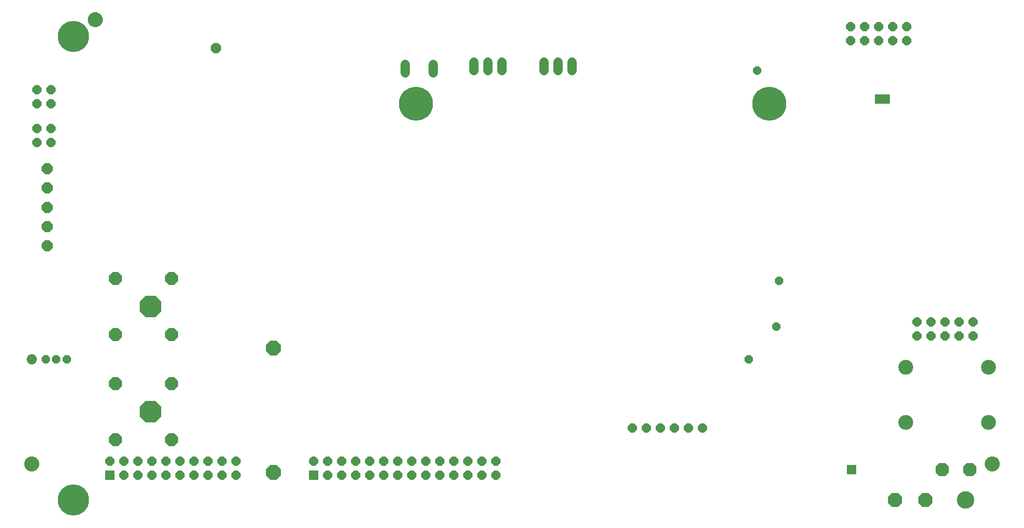
<source format=gbs>
G75*
%MOIN*%
%OFA0B0*%
%FSLAX25Y25*%
%IPPOS*%
%LPD*%
%AMOC8*
5,1,8,0,0,1.08239X$1,22.5*
%
%ADD10R,0.06500X0.06500*%
%ADD11R,0.10500X0.07000*%
%ADD12OC8,0.07687*%
%ADD13OC8,0.09200*%
%ADD14OC8,0.15600*%
%ADD15C,0.13198*%
%ADD16OC8,0.06506*%
%ADD17OC8,0.05915*%
%ADD18C,0.07293*%
%ADD19OC8,0.10600*%
%ADD20R,0.06506X0.06506*%
%ADD21OC8,0.10293*%
%ADD22C,0.12411*%
%ADD23C,0.00500*%
%ADD24OC8,0.09655*%
%ADD25C,0.10600*%
%ADD26OC8,0.07096*%
%ADD27C,0.06600*%
%ADD28C,0.24222*%
%ADD29C,0.22254*%
D10*
X0699093Y0677800D03*
D11*
X0721093Y0942050D03*
D12*
X0125396Y0892424D03*
X0125396Y0878644D03*
X0125396Y0864865D03*
X0125396Y0851085D03*
X0125396Y0837306D03*
D13*
X0173979Y0814196D03*
X0173979Y0774196D03*
X0173979Y0739196D03*
X0213979Y0739196D03*
X0213979Y0774196D03*
X0213979Y0814196D03*
X0213979Y0699196D03*
X0173979Y0699196D03*
D14*
X0199018Y0719196D03*
X0199018Y0794196D03*
D15*
X0143900Y0656204D03*
X0143900Y0986912D03*
D16*
X0128034Y0948605D03*
X0128034Y0938605D03*
X0118034Y0938605D03*
X0118034Y0948605D03*
X0118034Y0921046D03*
X0118034Y0911046D03*
X0128034Y0911046D03*
X0128034Y0921046D03*
X0170042Y0683763D03*
X0180042Y0683763D03*
X0190042Y0683763D03*
X0200042Y0683763D03*
X0210042Y0683763D03*
X0220042Y0683763D03*
X0230042Y0683763D03*
X0240042Y0683763D03*
X0250042Y0683763D03*
X0260042Y0683763D03*
X0260042Y0673763D03*
X0250042Y0673763D03*
X0240042Y0673763D03*
X0230042Y0673763D03*
X0220042Y0673763D03*
X0210042Y0673763D03*
X0200042Y0673763D03*
X0190042Y0673763D03*
X0180042Y0673763D03*
X0315239Y0683763D03*
X0325239Y0683763D03*
X0335239Y0683763D03*
X0345239Y0683763D03*
X0355239Y0683763D03*
X0365239Y0683763D03*
X0375239Y0683763D03*
X0385239Y0683763D03*
X0395239Y0683763D03*
X0395239Y0673763D03*
X0385239Y0673763D03*
X0375239Y0673763D03*
X0365239Y0673763D03*
X0355239Y0673763D03*
X0345239Y0673763D03*
X0335239Y0673763D03*
X0325239Y0673763D03*
X0405239Y0673763D03*
X0405239Y0683763D03*
X0415239Y0683763D03*
X0425239Y0683763D03*
X0435239Y0683763D03*
X0445239Y0683763D03*
X0445239Y0673763D03*
X0435239Y0673763D03*
X0425239Y0673763D03*
X0415239Y0673763D03*
X0542843Y0707300D03*
X0552843Y0707300D03*
X0562843Y0707300D03*
X0572843Y0707300D03*
X0582843Y0707300D03*
X0592843Y0707300D03*
X0745698Y0773251D03*
X0745698Y0783251D03*
X0755698Y0783251D03*
X0765698Y0783251D03*
X0775698Y0783251D03*
X0785698Y0783251D03*
X0785698Y0773251D03*
X0775698Y0773251D03*
X0765698Y0773251D03*
X0755698Y0773251D03*
X0738453Y0983881D03*
X0738453Y0993881D03*
X0728453Y0993881D03*
X0718453Y0993881D03*
X0708453Y0993881D03*
X0698453Y0993881D03*
X0698453Y0983881D03*
X0708453Y0983881D03*
X0718453Y0983881D03*
X0728453Y0983881D03*
D17*
X0631793Y0962600D03*
X0647393Y0812550D03*
X0645493Y0779800D03*
X0625893Y0756600D03*
X0139373Y0756597D03*
X0131873Y0756597D03*
X0124373Y0756597D03*
D18*
X0114373Y0756597D03*
D19*
X0286843Y0764341D03*
X0286843Y0675759D03*
D20*
X0315239Y0673763D03*
X0170042Y0673763D03*
D21*
X0730168Y0656204D03*
X0751822Y0656204D03*
D22*
X0780562Y0656204D03*
D23*
X0796198Y0677964D02*
X0795582Y0678580D01*
X0795082Y0679294D01*
X0794714Y0680084D01*
X0794488Y0680926D01*
X0794412Y0681794D01*
X0794488Y0682662D01*
X0794714Y0683504D01*
X0795082Y0684294D01*
X0795582Y0685008D01*
X0796198Y0685624D01*
X0796912Y0686124D01*
X0797702Y0686493D01*
X0798544Y0686718D01*
X0799412Y0686794D01*
X0800280Y0686718D01*
X0801122Y0686493D01*
X0801912Y0686124D01*
X0802626Y0685624D01*
X0803242Y0685008D01*
X0803742Y0684294D01*
X0804111Y0683504D01*
X0804336Y0682662D01*
X0804412Y0681794D01*
X0804336Y0680926D01*
X0804111Y0680084D01*
X0803742Y0679294D01*
X0803242Y0678580D01*
X0802626Y0677964D01*
X0801912Y0677464D01*
X0801122Y0677096D01*
X0800280Y0676870D01*
X0799412Y0676794D01*
X0798544Y0676870D01*
X0797702Y0677096D01*
X0796912Y0677464D01*
X0796198Y0677964D01*
X0796260Y0677920D02*
X0802564Y0677920D01*
X0803081Y0678419D02*
X0795743Y0678419D01*
X0795346Y0678918D02*
X0803479Y0678918D01*
X0803799Y0679416D02*
X0795025Y0679416D01*
X0794793Y0679915D02*
X0804032Y0679915D01*
X0804199Y0680413D02*
X0794625Y0680413D01*
X0794492Y0680912D02*
X0804332Y0680912D01*
X0804378Y0681410D02*
X0794446Y0681410D01*
X0794422Y0681909D02*
X0804402Y0681909D01*
X0804358Y0682407D02*
X0794466Y0682407D01*
X0794553Y0682906D02*
X0804271Y0682906D01*
X0804137Y0683404D02*
X0794687Y0683404D01*
X0794899Y0683903D02*
X0803925Y0683903D01*
X0803667Y0684401D02*
X0795157Y0684401D01*
X0795506Y0684900D02*
X0803318Y0684900D01*
X0802852Y0685398D02*
X0795972Y0685398D01*
X0796587Y0685897D02*
X0802237Y0685897D01*
X0801331Y0686395D02*
X0797493Y0686395D01*
X0797002Y0677422D02*
X0801822Y0677422D01*
X0800480Y0676923D02*
X0798345Y0676923D01*
X0163978Y0996223D02*
X0163479Y0995509D01*
X0162862Y0994893D01*
X0162148Y0994393D01*
X0161358Y0994025D01*
X0160517Y0993799D01*
X0159648Y0993723D01*
X0158780Y0993799D01*
X0157938Y0994025D01*
X0157148Y0994393D01*
X0156434Y0994893D01*
X0155818Y0995509D01*
X0155318Y0996223D01*
X0154950Y0997013D01*
X0154724Y0997855D01*
X0154648Y0998723D01*
X0154724Y0999591D01*
X0154950Y1000433D01*
X0155318Y1001223D01*
X0155818Y1001937D01*
X0156434Y1002553D01*
X0157148Y1003053D01*
X0157938Y1003422D01*
X0158780Y1003647D01*
X0159648Y1003723D01*
X0160517Y1003647D01*
X0161358Y1003422D01*
X0162148Y1003053D01*
X0162862Y1002553D01*
X0163479Y1001937D01*
X0163978Y1001223D01*
X0164347Y1000433D01*
X0164572Y0999591D01*
X0164648Y0998723D01*
X0164572Y0997855D01*
X0164347Y0997013D01*
X0163978Y0996223D01*
X0164093Y0996469D02*
X0155203Y0996469D01*
X0154971Y0996968D02*
X0164326Y0996968D01*
X0164468Y0997466D02*
X0154828Y0997466D01*
X0154715Y0997965D02*
X0164582Y0997965D01*
X0164626Y0998463D02*
X0154671Y0998463D01*
X0154669Y0998962D02*
X0164627Y0998962D01*
X0164584Y0999460D02*
X0154713Y0999460D01*
X0154823Y0999959D02*
X0164474Y0999959D01*
X0164336Y1000457D02*
X0154961Y1000457D01*
X0155193Y1000956D02*
X0164103Y1000956D01*
X0163817Y1001454D02*
X0155480Y1001454D01*
X0155834Y1001953D02*
X0163463Y1001953D01*
X0162964Y1002451D02*
X0156332Y1002451D01*
X0157000Y1002950D02*
X0162296Y1002950D01*
X0161259Y1003448D02*
X0158038Y1003448D01*
X0155495Y0995971D02*
X0163802Y0995971D01*
X0163441Y0995472D02*
X0155855Y0995472D01*
X0156354Y0994974D02*
X0162943Y0994974D01*
X0162266Y0994475D02*
X0157031Y0994475D01*
X0158118Y0993977D02*
X0161179Y0993977D01*
X0115241Y0686718D02*
X0116083Y0686493D01*
X0116873Y0686124D01*
X0117587Y0685624D01*
X0118203Y0685008D01*
X0118703Y0684294D01*
X0119071Y0683504D01*
X0119297Y0682662D01*
X0119373Y0681794D01*
X0119297Y0680926D01*
X0119071Y0680084D01*
X0118703Y0679294D01*
X0118203Y0678580D01*
X0117587Y0677964D01*
X0116873Y0677464D01*
X0116083Y0677096D01*
X0115241Y0676870D01*
X0114373Y0676794D01*
X0113504Y0676870D01*
X0112663Y0677096D01*
X0111873Y0677464D01*
X0111159Y0677964D01*
X0110542Y0678580D01*
X0110043Y0679294D01*
X0109674Y0680084D01*
X0109449Y0680926D01*
X0109373Y0681794D01*
X0109449Y0682662D01*
X0109674Y0683504D01*
X0110043Y0684294D01*
X0110542Y0685008D01*
X0111159Y0685624D01*
X0111873Y0686124D01*
X0112663Y0686493D01*
X0113504Y0686718D01*
X0114373Y0686794D01*
X0115241Y0686718D01*
X0116292Y0686395D02*
X0112454Y0686395D01*
X0111548Y0685897D02*
X0117198Y0685897D01*
X0117813Y0685398D02*
X0110933Y0685398D01*
X0110467Y0684900D02*
X0118279Y0684900D01*
X0118628Y0684401D02*
X0110118Y0684401D01*
X0109860Y0683903D02*
X0118885Y0683903D01*
X0119098Y0683404D02*
X0109647Y0683404D01*
X0109514Y0682906D02*
X0119232Y0682906D01*
X0119319Y0682407D02*
X0109426Y0682407D01*
X0109383Y0681909D02*
X0119363Y0681909D01*
X0119339Y0681410D02*
X0109406Y0681410D01*
X0109452Y0680912D02*
X0119293Y0680912D01*
X0119159Y0680413D02*
X0109586Y0680413D01*
X0109753Y0679915D02*
X0118992Y0679915D01*
X0118760Y0679416D02*
X0109986Y0679416D01*
X0110306Y0678918D02*
X0118439Y0678918D01*
X0118042Y0678419D02*
X0110704Y0678419D01*
X0111221Y0677920D02*
X0117525Y0677920D01*
X0116783Y0677422D02*
X0111963Y0677422D01*
X0113305Y0676923D02*
X0115440Y0676923D01*
D24*
X0763664Y0677857D03*
X0783349Y0677857D03*
D25*
X0796871Y0711365D03*
X0796871Y0750735D03*
X0737816Y0750735D03*
X0737816Y0711365D03*
D26*
X0245593Y0978300D03*
D27*
X0380593Y0966800D02*
X0380593Y0960800D01*
X0400593Y0960800D02*
X0400593Y0966800D01*
X0429593Y0968600D02*
X0429593Y0962600D01*
X0439593Y0962600D02*
X0439593Y0968600D01*
X0449593Y0968600D02*
X0449593Y0962600D01*
X0479593Y0962600D02*
X0479593Y0968600D01*
X0489593Y0968600D02*
X0489593Y0962600D01*
X0499593Y0962600D02*
X0499593Y0968600D01*
D28*
X0388305Y0938802D03*
X0640273Y0938802D03*
D29*
X0143900Y0656204D03*
X0143900Y0986912D03*
M02*

</source>
